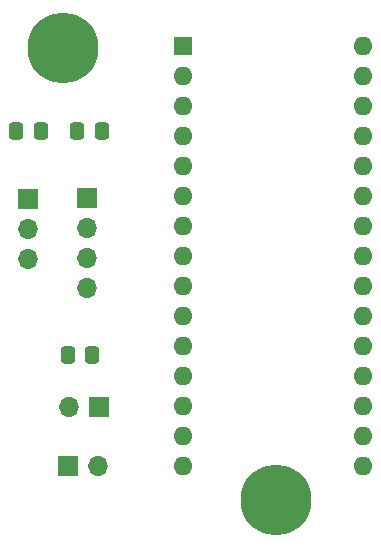
<source format=gts>
%TF.GenerationSoftware,KiCad,Pcbnew,8.0.2*%
%TF.CreationDate,2025-03-14T14:52:26-04:00*%
%TF.ProjectId,SeniorDesignPCB,53656e69-6f72-4446-9573-69676e504342,rev?*%
%TF.SameCoordinates,Original*%
%TF.FileFunction,Soldermask,Top*%
%TF.FilePolarity,Negative*%
%FSLAX46Y46*%
G04 Gerber Fmt 4.6, Leading zero omitted, Abs format (unit mm)*
G04 Created by KiCad (PCBNEW 8.0.2) date 2025-03-14 14:52:26*
%MOMM*%
%LPD*%
G01*
G04 APERTURE LIST*
G04 Aperture macros list*
%AMRoundRect*
0 Rectangle with rounded corners*
0 $1 Rounding radius*
0 $2 $3 $4 $5 $6 $7 $8 $9 X,Y pos of 4 corners*
0 Add a 4 corners polygon primitive as box body*
4,1,4,$2,$3,$4,$5,$6,$7,$8,$9,$2,$3,0*
0 Add four circle primitives for the rounded corners*
1,1,$1+$1,$2,$3*
1,1,$1+$1,$4,$5*
1,1,$1+$1,$6,$7*
1,1,$1+$1,$8,$9*
0 Add four rect primitives between the rounded corners*
20,1,$1+$1,$2,$3,$4,$5,0*
20,1,$1+$1,$4,$5,$6,$7,0*
20,1,$1+$1,$6,$7,$8,$9,0*
20,1,$1+$1,$8,$9,$2,$3,0*%
G04 Aperture macros list end*
%ADD10C,6.000000*%
%ADD11R,1.700000X1.700000*%
%ADD12O,1.700000X1.700000*%
%ADD13R,1.600000X1.600000*%
%ADD14O,1.600000X1.600000*%
%ADD15RoundRect,0.250000X-0.337500X-0.475000X0.337500X-0.475000X0.337500X0.475000X-0.337500X0.475000X0*%
%ADD16RoundRect,0.250000X0.337500X0.475000X-0.337500X0.475000X-0.337500X-0.475000X0.337500X-0.475000X0*%
G04 APERTURE END LIST*
D10*
%TO.C,*%
X67100000Y-82100000D03*
%TD*%
%TO.C,REF\u002A\u002A*%
X49000000Y-43900000D03*
%TD*%
D11*
%TO.C,J1*%
X52075000Y-74300000D03*
D12*
X49535000Y-74300000D03*
%TD*%
D11*
%TO.C,J2*%
X51100000Y-56580000D03*
D12*
X51100000Y-59120000D03*
X51100000Y-61660000D03*
X51100000Y-64200000D03*
%TD*%
D13*
%TO.C,U1*%
X59160000Y-43740000D03*
D14*
X59160000Y-46280000D03*
X59160000Y-48820000D03*
X59160000Y-51360000D03*
X59160000Y-53900000D03*
X59160000Y-56440000D03*
X59160000Y-58980000D03*
X59160000Y-61520000D03*
X59160000Y-64060000D03*
X59160000Y-66600000D03*
X59160000Y-69140000D03*
X59160000Y-71680000D03*
X59160000Y-74220000D03*
X59160000Y-76760000D03*
X59160000Y-79300000D03*
X74400000Y-79300000D03*
X74400000Y-76760000D03*
X74400000Y-74220000D03*
X74400000Y-71680000D03*
X74400000Y-69140000D03*
X74400000Y-66600000D03*
X74400000Y-64060000D03*
X74400000Y-61520000D03*
X74400000Y-58980000D03*
X74400000Y-56440000D03*
X74400000Y-53900000D03*
X74400000Y-51360000D03*
X74400000Y-48820000D03*
X74400000Y-46280000D03*
X74400000Y-43740000D03*
%TD*%
D11*
%TO.C,J4*%
X49425000Y-79300000D03*
D12*
X51965000Y-79300000D03*
%TD*%
D15*
%TO.C,C3*%
X50262500Y-50900000D03*
X52337500Y-50900000D03*
%TD*%
D11*
%TO.C,J3*%
X46100000Y-56620000D03*
D12*
X46100000Y-59160000D03*
X46100000Y-61700000D03*
%TD*%
D15*
%TO.C,C2*%
X45062500Y-50900000D03*
X47137500Y-50900000D03*
%TD*%
D16*
%TO.C,C1*%
X51537500Y-69900000D03*
X49462500Y-69900000D03*
%TD*%
M02*

</source>
